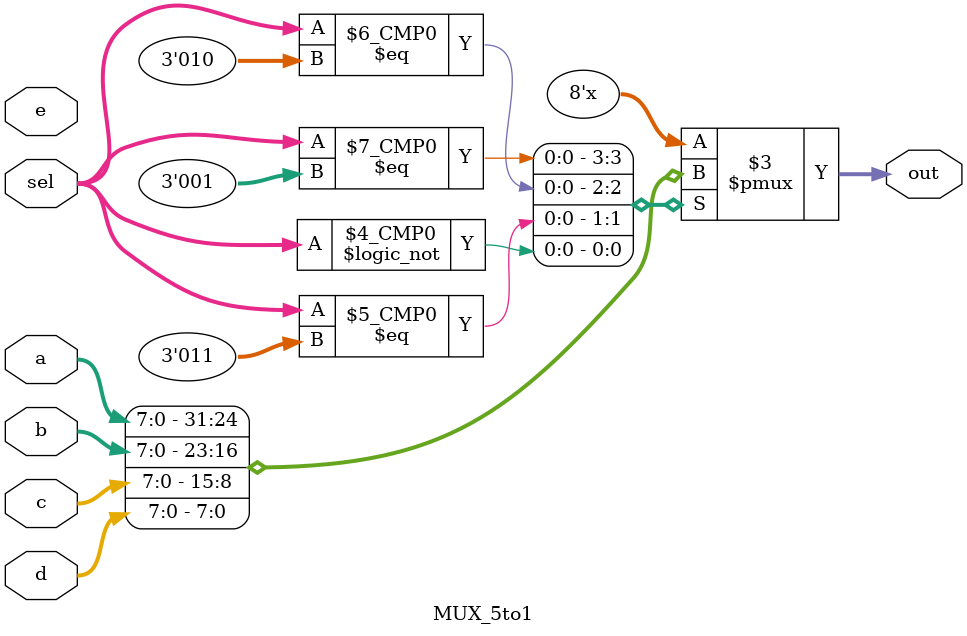
<source format=v>
module MUX_5to1 (sel, a, b, c, d, e, out);
    
   input [2:0] sel;
   input [7:0] a, b, c, d, e;
   output reg [7:0] out;
   
   always @ (a or b or c or d or e or sel)
   begin
      case(sel)
         2'b001: out = a; //1
         2'b010: out = b; //2
         2'b011: out = c; //3
         2'b100: out = d; //4
         2'b101: out = e; //5
         //default: out = 0;
      endcase   
   end
endmodule
</source>
